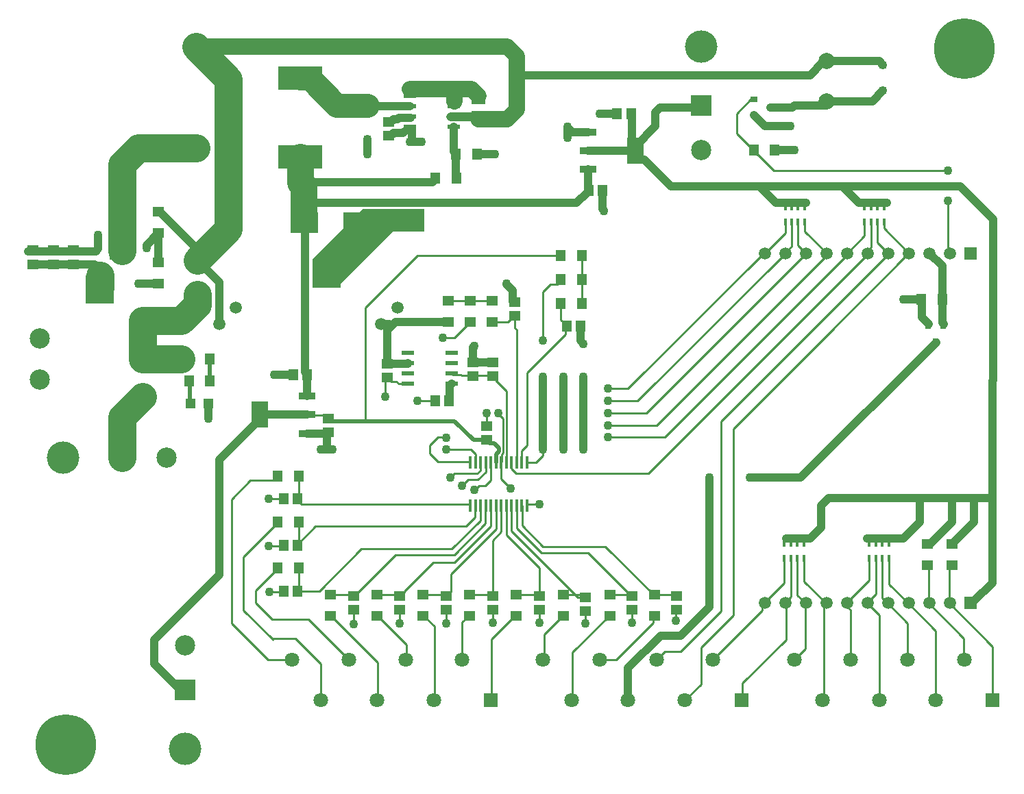
<source format=gtl>
G04*
G04 #@! TF.GenerationSoftware,Altium Limited,Altium Designer,20.2.6 (244)*
G04*
G04 Layer_Physical_Order=1*
G04 Layer_Color=255*
%FSLAX25Y25*%
%MOIN*%
G70*
G04*
G04 #@! TF.SameCoordinates,C2834271-33A1-44EC-96ED-C6C83E4A5B3B*
G04*
G04*
G04 #@! TF.FilePolarity,Positive*
G04*
G01*
G75*
%ADD11C,0.01000*%
%ADD14R,0.03543X0.03150*%
%ADD15R,0.03150X0.03543*%
%ADD41R,0.21260X0.11417*%
%ADD42R,0.06693X0.04528*%
%ADD43R,0.05709X0.04921*%
%ADD44R,0.08465X0.12795*%
%ADD45R,0.08465X0.03543*%
%ADD46R,0.05512X0.04724*%
%ADD47R,0.04724X0.05512*%
%ADD48R,0.13780X0.09843*%
%ADD49R,0.01772X0.03740*%
%ADD50R,0.04724X0.04724*%
%ADD51R,0.04921X0.05709*%
%ADD52R,0.06102X0.02362*%
%ADD53R,0.03740X0.03543*%
%ADD54R,0.01417X0.06299*%
%ADD55C,0.12992*%
%ADD56C,0.03937*%
%ADD57C,0.02000*%
%ADD58C,0.13780*%
%ADD59C,0.07874*%
%ADD60C,0.11811*%
%ADD61C,0.04724*%
%ADD62C,0.04331*%
%ADD63C,0.01968*%
%ADD64C,0.07874*%
%ADD65C,0.09843*%
%ADD66C,0.05906*%
%ADD67R,0.05906X0.05906*%
%ADD68R,0.09843X0.09843*%
%ADD69C,0.15748*%
%ADD70C,0.07087*%
%ADD71R,0.07087X0.07087*%
%ADD72C,0.29528*%
%ADD73R,0.09843X0.09843*%
%ADD74C,0.04331*%
G36*
X51181Y255906D02*
X51181Y242126D01*
X37402Y242126D01*
X37402Y255906D01*
X51181Y255906D01*
D02*
G37*
G36*
X201969Y288189D02*
X201969Y277165D01*
X186614Y277165D01*
X161417Y251969D01*
Y250000D01*
X147638Y250000D01*
X147638Y263779D01*
X172047Y288189D01*
X201969Y288189D01*
D02*
G37*
D11*
X173228Y240158D02*
X198819Y265748D01*
X173228Y185039D02*
Y240158D01*
X198819Y265748D02*
X268504D01*
X131856Y124409D02*
X132644Y123622D01*
X212370Y177165D02*
X212598Y176937D01*
X208661Y177165D02*
X212370D01*
X240396Y169514D02*
Y186249D01*
X239439Y165000D02*
X239648Y165209D01*
Y168766D01*
X237939Y188706D02*
Y188976D01*
Y188706D02*
X240396Y186249D01*
X239648Y168766D02*
X240396Y169514D01*
X239439Y156869D02*
X244035Y152273D01*
X239439Y156869D02*
Y165000D01*
X231740Y153543D02*
X234350Y156154D01*
Y164911D02*
X234439Y165000D01*
X234350Y156154D02*
Y164911D01*
X226378Y151575D02*
X226661D01*
X228629Y153543D01*
X231740D01*
X259842Y224410D02*
Y248031D01*
X263492Y251681D01*
X251969Y208661D02*
X270641Y227334D01*
X251969Y173228D02*
Y208661D01*
X270641Y227334D02*
Y230786D01*
X263492Y251681D02*
X266642D01*
X387205Y96457D02*
X387795Y95866D01*
X407205Y96457D02*
X408032Y95630D01*
X397205Y95129D02*
Y96457D01*
X353937Y324803D02*
Y334646D01*
X360787Y341496D02*
X362402D01*
X353937Y334646D02*
X360787Y341496D01*
X362598Y316142D02*
Y317323D01*
X353937Y324803D02*
X362205Y316535D01*
X362598Y316142D02*
X364067Y314673D01*
X211024Y225590D02*
X216626D01*
X224410Y233374D01*
X450787Y49213D02*
Y82874D01*
X437205Y96457D02*
X450787Y82874D01*
X464528Y68937D02*
X464567Y68898D01*
X447205Y96457D02*
X464528Y79134D01*
Y68937D02*
Y79134D01*
X457205Y96457D02*
X478346Y75315D01*
Y49213D02*
X478346Y49213D01*
X478346Y49213D02*
Y75315D01*
X437008Y68898D02*
Y86654D01*
X427205Y96457D02*
X437008Y86654D01*
X417205Y96457D02*
X423228Y90433D01*
Y49213D02*
Y90433D01*
X409449Y68898D02*
Y92885D01*
X407205Y95129D02*
X409449Y92885D01*
X407205Y95129D02*
Y96457D01*
X395669Y49213D02*
X396437Y49980D01*
Y95689D01*
X397205Y96457D01*
X381890Y68898D02*
X387205Y74213D01*
Y96457D01*
X318898Y72835D02*
X326772D01*
X346457Y92520D02*
Y185039D01*
X326772Y72835D02*
X346457Y92520D01*
X352362Y90551D02*
Y181417D01*
X336614Y57087D02*
Y74803D01*
X352362Y90551D01*
X346457Y185039D02*
X427165Y265748D01*
X328740Y49213D02*
X336614Y57087D01*
X314961Y68898D02*
X318898Y72835D01*
X287402Y68898D02*
X295276D01*
X313456Y89834D02*
X313976Y90354D01*
X295276Y68898D02*
X313456Y87078D01*
Y89834D01*
X273622Y49213D02*
X274016Y49606D01*
Y72441D01*
X259842Y68898D02*
X260236Y69291D01*
Y81299D01*
X234252Y49213D02*
X234646Y49606D01*
Y78813D01*
X220472Y87211D02*
X223616Y90354D01*
X220472Y68898D02*
Y87211D01*
X206693Y49213D02*
X207087Y49606D01*
Y85100D01*
X192913Y68898D02*
X193307Y69291D01*
Y76308D01*
X179134Y49213D02*
X179527Y49606D01*
Y67516D01*
X145669Y88583D02*
X165354Y68898D01*
X127953Y88583D02*
X145669D01*
X127953Y79134D02*
X128347Y78740D01*
X114173Y92913D02*
X127953Y79134D01*
X151575Y49213D02*
Y66929D01*
X139370Y79134D02*
X151575Y66929D01*
X127953Y79134D02*
X139370D01*
X125984Y68898D02*
X137795D01*
X341903Y68675D02*
X366296Y93068D01*
Y95548D01*
X377165Y106417D01*
X436850Y265905D02*
Y267559D01*
X318898Y177165D02*
X408257Y266524D01*
X291339Y177165D02*
X318898D01*
X291339Y183071D02*
X314961D01*
X291339Y188976D02*
X309921D01*
X291339Y194882D02*
X305827D01*
X377677Y266732D01*
X291339Y200787D02*
X301181D01*
X268504Y253543D02*
Y253937D01*
X266642Y251681D02*
X268504Y253543D01*
X270641Y230786D02*
X271350Y231496D01*
X249439Y170699D02*
X251969Y173228D01*
X456693Y267717D02*
X457677Y266732D01*
X456693Y267717D02*
Y292323D01*
X72441Y276181D02*
X72835Y276575D01*
X372047Y307087D02*
X456693D01*
X364461Y314673D02*
X372047Y307087D01*
X224409Y233374D02*
X224410Y233374D01*
X278740Y253937D02*
Y265748D01*
X259842Y168338D02*
Y171260D01*
X309921Y188976D02*
X387677Y266732D01*
X314961Y183071D02*
X397638Y265748D01*
X256465Y164961D02*
X259842Y168338D01*
X204724Y169291D02*
Y173228D01*
X208661Y177165D01*
X204724Y169291D02*
X208661Y165354D01*
X224439Y165000D02*
Y165146D01*
X224230Y165354D02*
X224439Y165146D01*
X208661Y165354D02*
X224230D01*
X364067Y314673D02*
X364461D01*
X244439Y161821D02*
X246811Y159449D01*
X244439Y161821D02*
Y165000D01*
X108268Y86614D02*
Y147052D01*
X130709Y158004D02*
Y158398D01*
X128846Y156142D02*
X130709Y158004D01*
X117358Y156142D02*
X128846D01*
X108268Y147052D02*
X117358Y156142D01*
X108268Y86614D02*
X125984Y68898D01*
X114173Y118898D02*
X130709Y135433D01*
X114173Y92913D02*
Y118898D01*
X120079Y102632D02*
X130709Y113262D01*
X120079Y96457D02*
Y102632D01*
Y96457D02*
X127953Y88583D01*
X126378Y124409D02*
X131856D01*
X126772Y101969D02*
X133161D01*
X132644Y123622D02*
X133555Y124533D01*
X130709Y135433D02*
Y135827D01*
Y113262D02*
Y113656D01*
X156690Y90354D02*
X179527Y67516D01*
X156296Y90354D02*
X156690D01*
X179261Y90354D02*
X193307Y76308D01*
X178867Y90354D02*
X179261D01*
X201832D02*
X207087Y85100D01*
X201438Y90354D02*
X201832D01*
X234646Y78813D02*
X246187Y90354D01*
X246580D01*
X260236Y81299D02*
X269291Y90354D01*
X274016Y72441D02*
X291929Y90354D01*
X269291D02*
X269685D01*
X291929D02*
X292323D01*
X352362Y181417D02*
X396361Y225416D01*
X424803Y98858D02*
X427205Y96457D01*
X457205Y113504D02*
X458661Y114961D01*
X457205Y96457D02*
Y113504D01*
X446850Y114961D02*
X447205Y114606D01*
Y96457D02*
Y114606D01*
X427953Y105709D02*
Y118405D01*
Y105709D02*
X437205Y96457D01*
X424803Y98858D02*
Y118405D01*
X421654Y100906D02*
Y118405D01*
X417205Y96457D02*
X421654Y100906D01*
X418504Y107756D02*
Y118405D01*
X407205Y96457D02*
X418504Y107756D01*
X386614Y107047D02*
Y118405D01*
Y107047D02*
X397205Y96457D01*
X383465Y100197D02*
Y118405D01*
Y100197D02*
X387205Y96457D01*
X380315Y99644D02*
Y118405D01*
X377205Y96533D02*
X380315Y99644D01*
X377205Y96457D02*
Y96533D01*
X377165Y106417D02*
Y118405D01*
X377205Y96457D02*
X377953Y95709D01*
Y78740D02*
Y95709D01*
X356693Y50000D02*
Y57480D01*
X377953Y78740D01*
X396361Y225416D02*
X396361D01*
X425591Y278819D02*
X436850Y267559D01*
X396361Y225416D02*
X436850Y265905D01*
X422441Y271969D02*
X427421Y266988D01*
X427677Y266732D01*
X427165Y265748D02*
Y266732D01*
X246811Y159449D02*
X311024D01*
X417677Y266102D01*
X212598Y171260D02*
X224734D01*
X216535Y159449D02*
X227741D01*
X214567Y157480D02*
X216535Y159449D01*
X223425Y156496D02*
X228085D01*
X220472Y153543D02*
X223425Y156496D01*
X251978Y164961D02*
X256465D01*
X301181Y200787D02*
X367402Y267008D01*
X251939Y165000D02*
X251978Y164961D01*
X417677Y266102D02*
Y268060D01*
X397638Y266772D02*
X397677Y266732D01*
X387008Y277402D02*
X397638Y266772D01*
X377677Y266732D02*
X378190Y267245D01*
Y267479D02*
X380709Y269998D01*
X378190Y267245D02*
Y267479D01*
X252345Y144488D02*
X257874D01*
X251939Y144055D02*
Y144082D01*
X252345Y144488D01*
X224439Y144055D02*
Y144542D01*
X142209Y144750D02*
X224230D01*
X140248Y146711D02*
X142209Y144750D01*
X224230D02*
X224439Y144542D01*
X228085Y156496D02*
X231939Y160350D01*
X227741Y159449D02*
X229376Y161084D01*
X224734Y171260D02*
X226939Y169055D01*
Y165000D02*
Y169055D01*
X140248Y146711D02*
Y147105D01*
X231939Y160350D02*
Y165000D01*
X232283Y182480D02*
Y188976D01*
X425591Y278819D02*
Y282087D01*
X422441Y271969D02*
Y282087D01*
X419291Y269674D02*
Y282087D01*
X417677Y268060D02*
X419291Y269674D01*
X416142Y275197D02*
Y282087D01*
X407677Y266732D02*
X416142Y275197D01*
X387008Y277402D02*
Y282087D01*
X383858Y270551D02*
Y282087D01*
Y270551D02*
X387677Y266732D01*
X380709Y269998D02*
Y282087D01*
X377559Y276614D02*
Y282087D01*
X367677Y266732D02*
X377559Y276614D01*
X246063Y230315D02*
X246939Y229439D01*
Y165000D02*
Y229439D01*
X249439Y165000D02*
Y170699D01*
X268504Y234343D02*
Y242126D01*
Y234343D02*
X271350Y231496D01*
X278740Y242126D02*
Y253937D01*
X246063Y230315D02*
Y236221D01*
X235039Y233374D02*
X242823D01*
X245669Y236221D01*
X246063D01*
X224409Y243610D02*
X235039D01*
X213779D02*
X224409D01*
X183071Y196850D02*
Y205315D01*
X184055Y206299D01*
X207283Y194882D02*
X207283Y194882D01*
X198819Y194882D02*
X207283D01*
X184055Y206299D02*
X186016Y204339D01*
X188335D01*
X189543Y203130D01*
X194095D01*
X234252Y207283D02*
X234646D01*
X236606Y205323D01*
Y204929D02*
Y205323D01*
Y204929D02*
X241939Y199596D01*
Y165000D02*
Y199596D01*
X224409Y207283D02*
X234252D01*
X215354Y208130D02*
X216035Y207449D01*
X219890D01*
X220055Y207283D01*
X224409D01*
X362205Y316929D02*
X362598Y317323D01*
X126378Y147244D02*
X133415D01*
X144980Y188091D02*
X145177Y187894D01*
X153642D01*
X229376Y164937D02*
X229439Y165000D01*
X229376Y161084D02*
Y164937D01*
X324337Y87868D02*
Y92644D01*
X324803Y93110D01*
X303150D02*
X303150Y93110D01*
Y87008D02*
Y93110D01*
X280315Y86614D02*
Y92520D01*
X280512Y92716D01*
X167717Y86221D02*
Y93074D01*
X167589Y93201D02*
X167717Y93074D01*
X235303Y99894D02*
Y127035D01*
X239439Y131171D02*
Y144055D01*
X235303Y127035D02*
X239439Y131171D01*
X215086Y110755D02*
X236939Y132608D01*
Y144055D01*
X215086Y101854D02*
Y110755D01*
X249648Y134211D02*
Y143846D01*
X259842Y124016D02*
X290158D01*
X249648Y134211D02*
X259842Y124016D01*
X290158D02*
X313583Y100591D01*
X258989Y120932D02*
X281627D01*
X300795Y101764D01*
X247148Y132774D02*
X258989Y120932D01*
X247148Y132774D02*
Y143846D01*
X276575Y99410D02*
X280512D01*
X244439Y131545D02*
Y144055D01*
X269685Y100591D02*
X275394D01*
X278937D01*
X275394D02*
X276575Y99410D01*
X275394Y100591D02*
Y100591D01*
X244439Y131545D02*
X275394Y100591D01*
X212415Y100210D02*
X212732Y99894D01*
X212035Y100591D02*
X212415Y100210D01*
X212732Y99894D02*
X213125D01*
X215086Y101854D01*
X226730Y138148D02*
Y143846D01*
X149099Y133778D02*
X222360D01*
X226730Y138148D01*
Y143846D02*
X226939Y144055D01*
X171528Y122761D02*
X215281D01*
X229230Y136711D02*
Y143846D01*
X215281Y122761D02*
X229230Y136711D01*
X167983Y99894D02*
X188168Y120079D01*
X216535D02*
X231730Y135274D01*
X188168Y120079D02*
X216535D01*
X151129Y102362D02*
X171528Y122761D01*
X231730Y135274D02*
Y143846D01*
X234439Y134045D02*
Y144055D01*
X206409Y116142D02*
X216535D01*
X234439Y134045D01*
X192515Y102248D02*
X206409Y116142D01*
X140945Y125624D02*
X149099Y133778D01*
X190161Y99894D02*
X190554D01*
X192515Y101854D01*
Y102248D01*
X140248Y124533D02*
Y124927D01*
X140945Y125624D01*
X257874Y93201D02*
X257874Y93201D01*
Y87008D02*
Y93201D01*
X235303Y93201D02*
X235433Y93071D01*
Y87008D02*
Y93071D01*
X212598Y93068D02*
X212732Y93201D01*
X212598Y86614D02*
Y93068D01*
X190157Y93198D02*
X190161Y93201D01*
X190157Y86614D02*
Y93198D01*
X133415Y147244D02*
X133555Y147105D01*
X133161Y101969D02*
X133555Y102362D01*
X140248D02*
X151129D01*
X140945Y125624D02*
Y135827D01*
Y103059D02*
Y113656D01*
X140248Y102362D02*
X140945Y103059D01*
Y147801D02*
Y158398D01*
X140248Y147105D02*
X140945Y147801D01*
X229230Y143846D02*
X229439Y144055D01*
X300795Y100780D02*
Y101764D01*
Y100780D02*
X300984Y100591D01*
X292323D02*
X300984D01*
X302362D01*
X246939Y144055D02*
X247148Y143846D01*
X241939Y129597D02*
Y144055D01*
Y129597D02*
X257874Y113663D01*
Y99894D02*
Y113663D01*
X249439Y144055D02*
X249648Y143846D01*
X302362Y100591D02*
X303150Y99803D01*
X279331Y100591D02*
X280512Y99410D01*
X278937Y100591D02*
X279331D01*
X246580Y100591D02*
X257177D01*
X257874Y99894D01*
X167589D02*
X167983D01*
X231730Y143846D02*
X231939Y144055D01*
X313583Y100591D02*
X324016D01*
X324803Y99803D01*
X224009Y100591D02*
X234606D01*
X235303Y99894D01*
X201438Y100591D02*
X212035D01*
X178867D02*
X189464D01*
X190161Y99894D01*
X156296Y100591D02*
X166893D01*
X167589Y99894D01*
D14*
X42913Y268701D02*
D03*
Y261221D02*
D03*
X50787Y264961D02*
D03*
X370276Y337756D02*
D03*
X362402Y334016D02*
D03*
Y341496D02*
D03*
D15*
X454528Y231496D02*
D03*
X447047D02*
D03*
X450787Y223622D02*
D03*
D41*
X141732Y313583D02*
D03*
Y351772D02*
D03*
D42*
X228346Y333661D02*
D03*
Y341535D02*
D03*
D43*
X225590Y213583D02*
D03*
Y206890D02*
D03*
X235433Y213583D02*
D03*
Y206890D02*
D03*
X21654Y261417D02*
D03*
Y268110D02*
D03*
X155512Y179724D02*
D03*
Y186417D02*
D03*
X167589Y93201D02*
D03*
Y99894D02*
D03*
X190161Y93201D02*
D03*
Y99894D02*
D03*
X212732Y93201D02*
D03*
Y99894D02*
D03*
X235303Y93201D02*
D03*
Y99894D02*
D03*
X257874Y93201D02*
D03*
Y99894D02*
D03*
X280512Y92716D02*
D03*
Y99410D02*
D03*
X303150Y93110D02*
D03*
Y99803D02*
D03*
X324803Y93110D02*
D03*
Y99803D02*
D03*
X232283Y175787D02*
D03*
Y182480D02*
D03*
X246063Y242913D02*
D03*
Y236221D02*
D03*
X184055Y206299D02*
D03*
Y212992D02*
D03*
X11811Y261417D02*
D03*
Y268110D02*
D03*
X31496Y261417D02*
D03*
Y268110D02*
D03*
X184646Y323819D02*
D03*
Y330512D02*
D03*
D44*
X121949Y188091D02*
D03*
X304626Y316535D02*
D03*
D45*
X144980Y197146D02*
D03*
Y188091D02*
D03*
Y179035D02*
D03*
X281594Y325591D02*
D03*
Y316535D02*
D03*
Y307480D02*
D03*
D46*
X72835Y286811D02*
D03*
Y276575D02*
D03*
Y251969D02*
D03*
Y262205D02*
D03*
X213779Y243610D02*
D03*
Y233374D02*
D03*
X224409Y243610D02*
D03*
Y233374D02*
D03*
X156296Y90354D02*
D03*
Y100591D02*
D03*
X178867Y90354D02*
D03*
Y100591D02*
D03*
X201438Y90354D02*
D03*
Y100591D02*
D03*
X224009Y90354D02*
D03*
Y100591D02*
D03*
X246580Y90354D02*
D03*
Y100591D02*
D03*
X269685Y90354D02*
D03*
Y100591D02*
D03*
X292323Y90354D02*
D03*
Y100591D02*
D03*
X313976Y90354D02*
D03*
Y100591D02*
D03*
X235039Y243610D02*
D03*
Y233374D02*
D03*
X458661Y114961D02*
D03*
Y125197D02*
D03*
X446850Y114961D02*
D03*
Y125197D02*
D03*
D47*
X97835Y215354D02*
D03*
X87598D02*
D03*
Y204528D02*
D03*
X97835D02*
D03*
X207480Y303150D02*
D03*
X217717D02*
D03*
X227559Y314961D02*
D03*
X217323D02*
D03*
X278740Y265748D02*
D03*
X268504D02*
D03*
Y253937D02*
D03*
X278740D02*
D03*
X130709Y158398D02*
D03*
X140945D02*
D03*
X130709Y135827D02*
D03*
X140945D02*
D03*
X130709Y113656D02*
D03*
X140945D02*
D03*
X278740Y242126D02*
D03*
X268504D02*
D03*
X362205Y316929D02*
D03*
X372441D02*
D03*
X453937Y244094D02*
D03*
X443701D02*
D03*
D48*
X143701Y281496D02*
D03*
X169291D02*
D03*
D49*
X387008Y289370D02*
D03*
Y282087D02*
D03*
X383858D02*
D03*
X380709D02*
D03*
X377559D02*
D03*
X383858Y289370D02*
D03*
X380709D02*
D03*
X377559D02*
D03*
X427953Y125689D02*
D03*
Y118405D02*
D03*
X424803D02*
D03*
X421654D02*
D03*
X418504D02*
D03*
X424803Y125689D02*
D03*
X421654D02*
D03*
X418504D02*
D03*
X386614D02*
D03*
Y118405D02*
D03*
X383465D02*
D03*
X380315D02*
D03*
X377165D02*
D03*
X383465Y125689D02*
D03*
X380315D02*
D03*
X377165D02*
D03*
X425591Y289370D02*
D03*
Y282087D02*
D03*
X422441D02*
D03*
X419291D02*
D03*
X416142D02*
D03*
X422441Y289370D02*
D03*
X419291D02*
D03*
X416142D02*
D03*
D50*
X88386Y193701D02*
D03*
X97047D02*
D03*
D51*
X138386Y207677D02*
D03*
X145079D02*
D03*
X288779Y297244D02*
D03*
X282087D02*
D03*
X295866Y334646D02*
D03*
X302559D02*
D03*
X133555Y147105D02*
D03*
X140248D02*
D03*
X133555Y124533D02*
D03*
X140248D02*
D03*
X133555Y102362D02*
D03*
X140248D02*
D03*
X278043Y231102D02*
D03*
X271350D02*
D03*
X207283Y194882D02*
D03*
X213976D02*
D03*
D52*
X195079Y343130D02*
D03*
Y338130D02*
D03*
Y333130D02*
D03*
Y328130D02*
D03*
X216339Y343130D02*
D03*
Y338130D02*
D03*
Y333130D02*
D03*
Y328130D02*
D03*
X215354Y203130D02*
D03*
Y208130D02*
D03*
Y213130D02*
D03*
Y218130D02*
D03*
X194095Y203130D02*
D03*
Y208130D02*
D03*
Y213130D02*
D03*
Y218130D02*
D03*
D53*
X91535Y263386D02*
D03*
Y250984D02*
D03*
X174213Y334646D02*
D03*
Y322244D02*
D03*
X425197Y358268D02*
D03*
Y345866D02*
D03*
D54*
X226939Y144055D02*
D03*
X229439D02*
D03*
X231939D02*
D03*
X234439D02*
D03*
X236939D02*
D03*
X239439D02*
D03*
X241939D02*
D03*
X244439D02*
D03*
X246939D02*
D03*
X249439D02*
D03*
X251939D02*
D03*
Y165000D02*
D03*
X249439D02*
D03*
X246939D02*
D03*
X244439D02*
D03*
X241939D02*
D03*
X239439D02*
D03*
X236939D02*
D03*
X234439D02*
D03*
X231939D02*
D03*
X229439D02*
D03*
X226939D02*
D03*
X224439D02*
D03*
Y144055D02*
D03*
D55*
X141732Y301279D02*
Y313583D01*
Y301181D02*
Y301279D01*
X143307Y291339D02*
Y299606D01*
Y283858D02*
Y291339D01*
X141732Y313583D02*
X141732Y313583D01*
X141732Y301181D02*
X143307Y299606D01*
D56*
Y291339D02*
X276181D01*
X144587Y208169D02*
Y208563D01*
X143701Y281496D02*
X144095Y281102D01*
Y209055D02*
Y281102D01*
Y209055D02*
X144587Y208563D01*
Y208169D02*
X145079Y207677D01*
X83661Y55315D02*
X86876Y52100D01*
X195875Y320866D02*
Y327343D01*
X245177Y243406D02*
Y248630D01*
X242126Y251681D02*
X245177Y248630D01*
X245669Y242913D02*
X246063D01*
X242126Y251681D02*
Y251969D01*
X245177Y243406D02*
X245669Y242913D01*
X41339Y251969D02*
X44291Y254921D01*
X47244Y251969D02*
Y252075D01*
X9529Y267717D02*
X42224D01*
X43307Y268799D02*
Y275590D01*
X66929Y269193D02*
Y270669D01*
X72441Y276181D01*
X42224Y267717D02*
X43307Y268799D01*
X184055Y229331D02*
X186077Y231352D01*
X91535Y263386D02*
Y268504D01*
Y263386D02*
X102362Y252559D01*
X422441Y291339D02*
X425591D01*
X427165D01*
X380709D02*
X383858D01*
X387008D01*
X387795D01*
X416142D02*
X419291D01*
X422441D01*
X377559D02*
X380709D01*
X303051Y316535D02*
X304626D01*
X381869Y338583D02*
X397638D01*
X362402Y334016D02*
X367677Y328740D01*
X225590Y213583D02*
Y220760D01*
X226378Y221547D01*
Y221654D01*
X225590Y213583D02*
X235433D01*
X177697Y338130D02*
X195079D01*
X174213Y334646D02*
X177697Y338130D01*
X206004Y301279D02*
X207480Y302756D01*
X141732Y301279D02*
X206004D01*
X72835Y251969D02*
X72835Y251969D01*
X62992Y251969D02*
X72835D01*
X62992Y251969D02*
X62992Y251969D01*
X301181Y49213D02*
Y64961D01*
X316929Y80709D02*
X326772D01*
X301181Y64961D02*
X316929Y80709D01*
X340551Y94488D02*
Y157480D01*
X326772Y80709D02*
X340551Y94488D01*
X276181Y291339D02*
X281201Y296358D01*
X102362Y232283D02*
Y252559D01*
X281594Y316535D02*
X303051D01*
X121949Y188091D02*
X144980D01*
X373031Y291339D02*
X377559D01*
X335630Y337598D02*
X336614Y338583D01*
X413386Y291339D02*
X416142D01*
X316676Y337598D02*
X335630D01*
X314370Y335292D02*
X316676Y337598D01*
X314370Y328445D02*
Y335292D01*
X417323Y127953D02*
X435039D01*
X377953D02*
X389764D01*
X389683Y353346D02*
X395819Y359483D01*
X247047Y353346D02*
X389683D01*
X304626Y316535D02*
Y318701D01*
X314370Y328445D01*
X321949Y299213D02*
X365158D01*
X304626Y314370D02*
Y316535D01*
Y314370D02*
X306890Y312106D01*
X309055D01*
X321949Y299213D01*
X405512D02*
X462598D01*
X478684Y283127D01*
X72835Y286811D02*
X73228D01*
X91535Y268504D01*
X70866Y66929D02*
Y78740D01*
X102362Y110236D02*
Y166339D01*
X70866Y78740D02*
X102362Y110236D01*
Y166339D02*
X120669Y184646D01*
X82480Y55315D02*
X83661D01*
X70866Y66929D02*
X82480Y55315D01*
X31496Y261417D02*
X41732D01*
X21654D02*
X31496D01*
X11811D02*
X21654D01*
X128937Y207677D02*
X138386D01*
X128937Y207677D02*
X128937Y207677D01*
X151575Y171260D02*
X157480D01*
X154626Y172511D02*
Y179232D01*
X144980Y179035D02*
X154429D01*
X154626Y179232D02*
X155118Y179724D01*
X154429Y179035D02*
X154626Y179232D01*
X155118Y179724D02*
X155512D01*
X271654Y322835D02*
Y327897D01*
Y328108D01*
Y327897D02*
X273960Y325591D01*
X281594D01*
X466723Y265778D02*
X467677Y266732D01*
X458732Y135897D02*
Y147638D01*
X446850Y125197D02*
X447244Y125591D01*
X448425D02*
X458732Y135897D01*
X447244Y125591D02*
X448425D01*
X394966Y133155D02*
Y143982D01*
X389764Y127953D02*
X394966Y133155D01*
X398622Y147638D02*
X442913D01*
X394966Y143982D02*
X398622Y147638D01*
X442913Y135827D02*
Y147638D01*
X435039Y127953D02*
X442913Y135827D01*
Y147638D02*
X458732D01*
X469488Y135827D02*
Y147638D01*
X459055Y125197D02*
X459449Y125591D01*
Y125787D02*
X469488Y135827D01*
X458661Y125197D02*
X459055D01*
X469488Y147638D02*
X478346D01*
X458732D02*
X469488D01*
X459449Y125591D02*
Y125787D01*
X478346Y106299D02*
Y147638D01*
Y204544D01*
X365158Y299213D02*
X405512D01*
X413386Y291339D01*
X365158Y299213D02*
X373031Y291339D01*
X224409Y233374D02*
X224803D01*
X225197Y232980D01*
X435039Y244094D02*
X443701D01*
X444095Y235433D02*
X447244Y232283D01*
X444095Y235433D02*
Y243701D01*
X443701Y244094D02*
X444095Y243701D01*
X453937Y233071D02*
Y244094D01*
Y233071D02*
X454724Y232283D01*
X453937Y244094D02*
Y260465D01*
X447677Y266724D02*
X453937Y260465D01*
X447677Y266724D02*
Y266732D01*
X194882Y320866D02*
X195875D01*
X200787D01*
X195866Y327343D02*
X195875D01*
X191752Y325098D02*
X193996Y327343D01*
X187106Y325098D02*
X191752D01*
X279528Y222441D02*
Y222729D01*
X278043Y224213D02*
X279528Y222729D01*
X278043Y224213D02*
Y231102D01*
X227559Y314961D02*
X227559Y314961D01*
X236221D01*
X287402Y334646D02*
X295866D01*
X288779Y288280D02*
Y297244D01*
Y288280D02*
X289370Y287689D01*
Y287402D02*
Y287689D01*
X367677Y328740D02*
X379921D01*
X372441Y316929D02*
X381890D01*
X302559Y334646D02*
X303051Y334154D01*
Y318110D02*
Y334154D01*
X269685Y171260D02*
Y206693D01*
X279528Y171260D02*
Y206693D01*
X259842Y171260D02*
Y206693D01*
X385197Y157480D02*
X450984Y223268D01*
X360236Y157480D02*
X385197D01*
X467506Y96758D02*
X468189Y97441D01*
X469488D01*
X478346Y106299D01*
Y204544D02*
X478684Y204882D01*
Y283127D01*
X186077Y231352D02*
X188098Y233374D01*
X181102Y232283D02*
X185146D01*
X186077Y231352D01*
X188098Y233374D02*
X213779D01*
X184055Y212992D02*
Y229331D01*
X395819Y359483D02*
X396572D01*
X397638Y340551D02*
X419882D01*
X425197Y345866D01*
X397638Y360236D02*
X423228D01*
X425197Y358268D01*
X370276Y337756D02*
X381042D01*
X381869Y338583D01*
X186614Y324606D02*
X187106Y325098D01*
X189806Y332567D02*
X195276D01*
X186614Y331299D02*
X187106Y331791D01*
X189031D01*
X189806Y332567D01*
X174213Y314961D02*
Y322244D01*
X174213Y314961D02*
X174213Y314961D01*
X281594Y297736D02*
X282087Y297244D01*
X281594Y297736D02*
Y299409D01*
X281594Y299410D02*
X281594Y299409D01*
X281594Y299410D02*
Y307480D01*
X282087Y296850D02*
Y297244D01*
X281594Y296358D02*
X282087Y296850D01*
X281201Y296358D02*
X281594D01*
X144980Y197146D02*
X145029Y197195D01*
Y207628D01*
X145079Y207677D01*
X120669Y184646D02*
X120669D01*
X121949Y185925D01*
Y188091D01*
X207480Y302756D02*
Y303150D01*
X215256Y203130D02*
X215354D01*
X213976Y194882D02*
X214469Y195374D01*
Y202343D02*
X215256Y203130D01*
X214469Y195374D02*
Y202343D01*
X184055Y212992D02*
X184124Y213061D01*
X194026D01*
X194095Y213130D01*
X217323Y303150D02*
Y314961D01*
X216339Y316339D02*
Y328130D01*
Y316339D02*
X217323Y315354D01*
Y314961D02*
Y315354D01*
X97047Y186417D02*
Y193701D01*
X97047Y186417D02*
X97047Y186417D01*
X72835Y262205D02*
Y276378D01*
D57*
X173228Y185039D02*
X216802D01*
X156890D02*
X173228D01*
X226054Y175787D02*
X232283D01*
X216802Y185039D02*
X226054Y175787D01*
X232283D02*
X233744Y174327D01*
X155512Y186417D02*
X156890Y185039D01*
X233744Y174327D02*
X236068D01*
X238396Y170343D02*
Y172000D01*
X236943Y165004D02*
Y168890D01*
X236068Y174327D02*
X238396Y172000D01*
X236943Y168890D02*
X238396Y170343D01*
X236939Y165000D02*
X236943Y165004D01*
D58*
X44291Y250000D02*
Y254921D01*
X90945Y367126D02*
X106693Y351378D01*
Y278543D02*
Y351378D01*
X91535Y263386D02*
X106693Y278543D01*
X44291Y254921D02*
Y255906D01*
X55118Y268044D02*
Y309841D01*
X63190Y317913D01*
X90983D01*
X55118Y167323D02*
Y187008D01*
X64961Y196850D01*
X83858Y233858D02*
X91535Y241535D01*
Y246457D01*
X64961Y233858D02*
X83858D01*
X64961Y215354D02*
X83661D01*
X64961D02*
Y233858D01*
D59*
X90945Y367126D02*
X242435D01*
X247047Y362513D01*
Y353346D02*
Y362513D01*
Y336502D02*
Y353346D01*
X216535Y340551D02*
Y346457D01*
X194882D02*
X216535D01*
X225098D01*
X228346Y343209D01*
X228445Y331890D02*
X242435D01*
X247047Y336502D01*
X83661Y215354D02*
X83661Y215354D01*
D60*
X159449Y338583D02*
X174213D01*
X141732Y351772D02*
X146260D01*
X159449Y338583D01*
D61*
X177697Y338130D02*
X178180Y338614D01*
D62*
X216339Y333130D02*
X226024D01*
X214862D02*
X216339D01*
D63*
X87598Y204528D02*
X87992Y204134D01*
Y194095D02*
Y204134D01*
Y194095D02*
X88386Y193701D01*
X97835Y204528D02*
Y215354D01*
D64*
X90945Y367126D02*
D03*
Y317913D02*
D03*
X397638Y340551D02*
D03*
Y360236D02*
D03*
D65*
X64961Y215354D02*
D03*
X14961Y205354D02*
D03*
X64961Y215354D02*
D03*
X14961Y205354D02*
D03*
X64961Y196850D02*
D03*
D03*
Y233858D02*
D03*
D03*
X14961Y225354D02*
D03*
D03*
X85630Y75984D02*
D03*
X76772Y167323D02*
D03*
X336614Y316929D02*
D03*
D66*
X377677Y96457D02*
D03*
X397677D02*
D03*
X407677D02*
D03*
X367677D02*
D03*
X387677D02*
D03*
X417677D02*
D03*
X427677D02*
D03*
X437677D02*
D03*
X447677D02*
D03*
X457677D02*
D03*
X102362Y232283D02*
D03*
X181102D02*
D03*
X188976Y240158D02*
D03*
X110236D02*
D03*
X457677Y266732D02*
D03*
X447677D02*
D03*
X437677D02*
D03*
X427677D02*
D03*
X417677D02*
D03*
X407677D02*
D03*
X397677D02*
D03*
X387677D02*
D03*
X377677D02*
D03*
X367677D02*
D03*
D67*
X467677Y96457D02*
D03*
Y266732D02*
D03*
D68*
X85630Y54331D02*
D03*
X336614Y338583D02*
D03*
D69*
X85630Y25591D02*
D03*
X26378Y167323D02*
D03*
X336614Y367323D02*
D03*
D70*
X464567Y68898D02*
D03*
X437008D02*
D03*
X423228Y49213D02*
D03*
X409449Y68898D02*
D03*
X395669Y49213D02*
D03*
X381890Y68898D02*
D03*
X450787Y49213D02*
D03*
X220472Y68898D02*
D03*
X192913D02*
D03*
X179134Y49213D02*
D03*
X165354Y68898D02*
D03*
X151575Y49213D02*
D03*
X137795Y68898D02*
D03*
X206693Y49213D02*
D03*
X342520Y68898D02*
D03*
X314961D02*
D03*
X301181Y49213D02*
D03*
X287402Y68898D02*
D03*
X273622Y49213D02*
D03*
X259842Y68898D02*
D03*
X328740Y49213D02*
D03*
D71*
X478346D02*
D03*
X234252D02*
D03*
X356299D02*
D03*
D72*
X464567Y366142D02*
D03*
X27559Y27559D02*
D03*
D73*
X55118Y167323D02*
D03*
D74*
X211024Y225590D02*
D03*
X198819Y194882D02*
D03*
X157480Y253937D02*
D03*
X151575D02*
D03*
X183071Y196850D02*
D03*
X151575Y259842D02*
D03*
X157480D02*
D03*
X242126Y251969D02*
D03*
X212598Y176937D02*
D03*
X41339Y246063D02*
D03*
X47244D02*
D03*
Y251969D02*
D03*
X41339D02*
D03*
X43307Y275590D02*
D03*
X66929Y269193D02*
D03*
X244035Y152273D02*
D03*
X259842Y224410D02*
D03*
X226378Y221654D02*
D03*
X62992Y251969D02*
D03*
X291339Y177165D02*
D03*
Y183071D02*
D03*
Y188976D02*
D03*
Y194882D02*
D03*
Y200787D02*
D03*
X456693Y292323D02*
D03*
X192913Y280118D02*
D03*
Y285039D02*
D03*
X198819D02*
D03*
Y280118D02*
D03*
X128937Y207677D02*
D03*
X151575Y171260D02*
D03*
X157480D02*
D03*
X271654Y322835D02*
D03*
Y328108D02*
D03*
X456693Y307087D02*
D03*
X435039Y244094D02*
D03*
X194882Y320866D02*
D03*
X200787D02*
D03*
X279528Y222441D02*
D03*
X236221Y314961D02*
D03*
X287402Y334646D02*
D03*
X289370Y287402D02*
D03*
X379921Y328740D02*
D03*
X381890Y316929D02*
D03*
X269685Y206693D02*
D03*
X279528D02*
D03*
Y171260D02*
D03*
X269685D02*
D03*
X259842Y206693D02*
D03*
Y171260D02*
D03*
X126378Y124409D02*
D03*
X126772Y101969D02*
D03*
X340551Y157480D02*
D03*
X360236D02*
D03*
X212598Y171260D02*
D03*
X214567Y157480D02*
D03*
X220472Y153543D02*
D03*
X226378Y151575D02*
D03*
X257874Y144488D02*
D03*
X232283Y188976D02*
D03*
X237939D02*
D03*
X126378Y147244D02*
D03*
X324337Y87868D02*
D03*
X303150Y87008D02*
D03*
X280315Y86614D02*
D03*
X167717Y86221D02*
D03*
X97047Y186417D02*
D03*
X174213Y314961D02*
D03*
X257874Y87008D02*
D03*
X235433D02*
D03*
X212598Y86614D02*
D03*
X190157D02*
D03*
M02*

</source>
